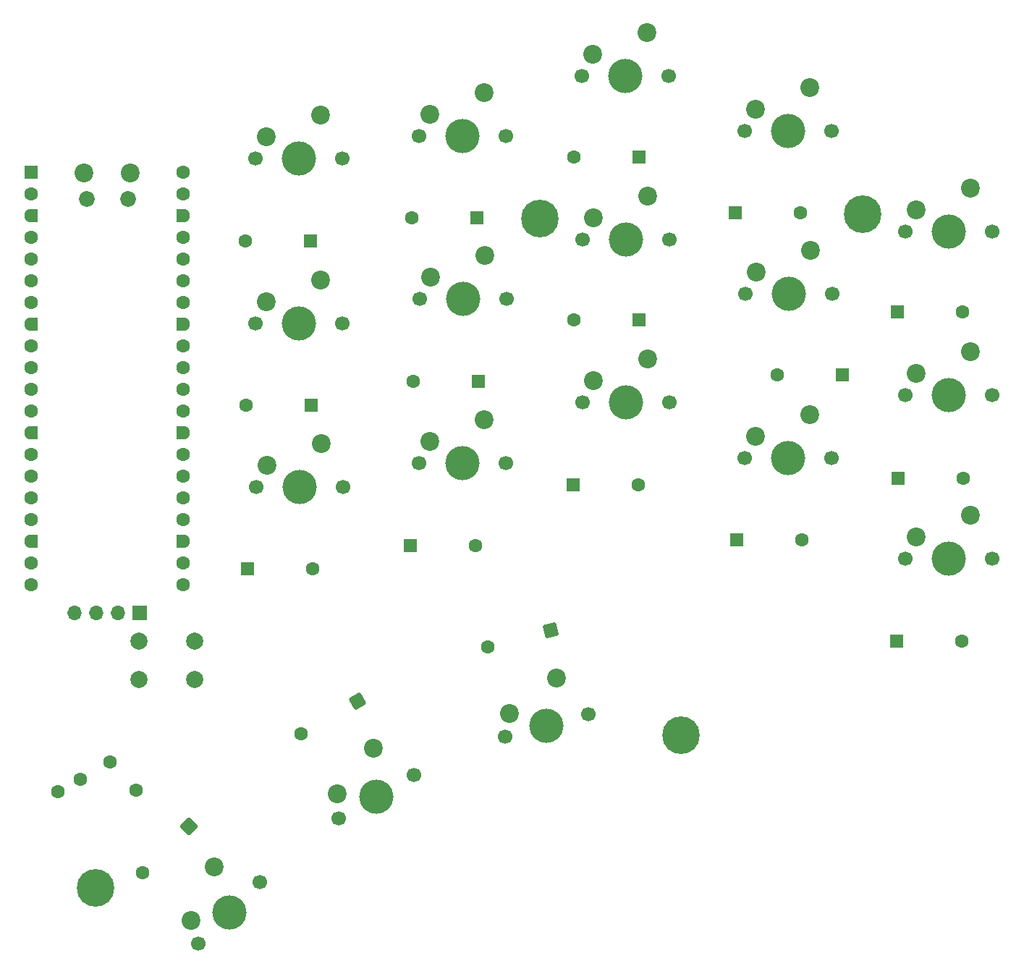
<source format=gbr>
%TF.GenerationSoftware,KiCad,Pcbnew,9.0.2-9.0.2-0~ubuntu24.04.1*%
%TF.CreationDate,2025-07-03T20:15:33-04:00*%
%TF.ProjectId,custom_Hackboard,63757374-6f6d-45f4-9861-636b626f6172,rev?*%
%TF.SameCoordinates,Original*%
%TF.FileFunction,Soldermask,Bot*%
%TF.FilePolarity,Negative*%
%FSLAX46Y46*%
G04 Gerber Fmt 4.6, Leading zero omitted, Abs format (unit mm)*
G04 Created by KiCad (PCBNEW 9.0.2-9.0.2-0~ubuntu24.04.1) date 2025-07-03 20:15:33*
%MOMM*%
%LPD*%
G01*
G04 APERTURE LIST*
G04 Aperture macros list*
%AMRoundRect*
0 Rectangle with rounded corners*
0 $1 Rounding radius*
0 $2 $3 $4 $5 $6 $7 $8 $9 X,Y pos of 4 corners*
0 Add a 4 corners polygon primitive as box body*
4,1,4,$2,$3,$4,$5,$6,$7,$8,$9,$2,$3,0*
0 Add four circle primitives for the rounded corners*
1,1,$1+$1,$2,$3*
1,1,$1+$1,$4,$5*
1,1,$1+$1,$6,$7*
1,1,$1+$1,$8,$9*
0 Add four rect primitives between the rounded corners*
20,1,$1+$1,$2,$3,$4,$5,0*
20,1,$1+$1,$4,$5,$6,$7,0*
20,1,$1+$1,$6,$7,$8,$9,0*
20,1,$1+$1,$8,$9,$2,$3,0*%
%AMFreePoly0*
4,1,37,0.603843,0.796157,0.639018,0.796157,0.711114,0.766294,0.766294,0.711114,0.796157,0.639018,0.796157,0.603843,0.800000,0.600000,0.800000,-0.600000,0.796157,-0.603843,0.796157,-0.639018,0.766294,-0.711114,0.711114,-0.766294,0.639018,-0.796157,0.603843,-0.796157,0.600000,-0.800000,0.000000,-0.800000,0.000000,-0.796148,-0.078414,-0.796148,-0.232228,-0.765552,-0.377117,-0.705537,
-0.507515,-0.618408,-0.618408,-0.507515,-0.705537,-0.377117,-0.765552,-0.232228,-0.796148,-0.078414,-0.796148,0.078414,-0.765552,0.232228,-0.705537,0.377117,-0.618408,0.507515,-0.507515,0.618408,-0.377117,0.705537,-0.232228,0.765552,-0.078414,0.796148,0.000000,0.796148,0.000000,0.800000,0.600000,0.800000,0.603843,0.796157,0.603843,0.796157,$1*%
%AMFreePoly1*
4,1,37,0.000000,0.796148,0.078414,0.796148,0.232228,0.765552,0.377117,0.705537,0.507515,0.618408,0.618408,0.507515,0.705537,0.377117,0.765552,0.232228,0.796148,0.078414,0.796148,-0.078414,0.765552,-0.232228,0.705537,-0.377117,0.618408,-0.507515,0.507515,-0.618408,0.377117,-0.705537,0.232228,-0.765552,0.078414,-0.796148,0.000000,-0.796148,0.000000,-0.800000,-0.600000,-0.800000,
-0.603843,-0.796157,-0.639018,-0.796157,-0.711114,-0.766294,-0.766294,-0.711114,-0.796157,-0.639018,-0.796157,-0.603843,-0.800000,-0.600000,-0.800000,0.600000,-0.796157,0.603843,-0.796157,0.639018,-0.766294,0.711114,-0.711114,0.766294,-0.639018,0.796157,-0.603843,0.796157,-0.600000,0.800000,0.000000,0.800000,0.000000,0.796148,0.000000,0.796148,$1*%
G04 Aperture macros list end*
%ADD10C,1.700000*%
%ADD11C,4.000000*%
%ADD12C,2.200000*%
%ADD13C,1.600000*%
%ADD14C,2.000000*%
%ADD15C,1.850000*%
%ADD16RoundRect,0.200000X-0.600000X-0.600000X0.600000X-0.600000X0.600000X0.600000X-0.600000X0.600000X0*%
%ADD17FreePoly0,0.000000*%
%ADD18FreePoly1,0.000000*%
%ADD19R,1.700000X1.700000*%
%ADD20O,1.700000X1.700000*%
%ADD21RoundRect,0.250000X0.550000X0.550000X-0.550000X0.550000X-0.550000X-0.550000X0.550000X-0.550000X0*%
%ADD22RoundRect,0.250000X-0.550000X-0.550000X0.550000X-0.550000X0.550000X0.550000X-0.550000X0.550000X0*%
%ADD23RoundRect,0.250000X0.000000X0.777817X-0.777817X0.000000X0.000000X-0.777817X0.777817X0.000000X0*%
%ADD24RoundRect,0.250000X0.201314X0.751314X-0.751314X0.201314X-0.201314X-0.751314X0.751314X-0.201314X0*%
%ADD25RoundRect,0.250000X0.388909X0.673610X-0.673610X0.388909X-0.388909X-0.673610X0.673610X-0.388909X0*%
%ADD26C,4.400000*%
G04 APERTURE END LIST*
D10*
%TO.C,SW13*%
X471500000Y-298300000D03*
D11*
X476580000Y-298300000D03*
D10*
X481660000Y-298300000D03*
D12*
X479120000Y-293220000D03*
X472770000Y-295760000D03*
%TD*%
D10*
%TO.C,SW7*%
X471420000Y-279100000D03*
D11*
X476500000Y-279100000D03*
D10*
X481580000Y-279100000D03*
D12*
X479040000Y-274020000D03*
X472690000Y-276560000D03*
%TD*%
D10*
%TO.C,SW4*%
X528680000Y-256580000D03*
D11*
X533760000Y-256580000D03*
D10*
X538840000Y-256580000D03*
D12*
X536300000Y-251500000D03*
X529950000Y-254040000D03*
%TD*%
D10*
%TO.C,SW17*%
X547490000Y-306630000D03*
D11*
X552570000Y-306630000D03*
D10*
X557650000Y-306630000D03*
D12*
X555110000Y-301550000D03*
X548760000Y-304090000D03*
%TD*%
D10*
%TO.C,SW9*%
X509680000Y-269280000D03*
D11*
X514760000Y-269280000D03*
D10*
X519840000Y-269280000D03*
D12*
X517300000Y-264200000D03*
X510950000Y-266740000D03*
%TD*%
D13*
%TO.C,U3*%
X448353531Y-333939700D03*
X450951607Y-332439700D03*
X454415709Y-330439700D03*
X457481734Y-333750212D03*
%TD*%
D10*
%TO.C,SW3*%
X509660000Y-250190000D03*
D11*
X514740000Y-250190000D03*
D10*
X519820000Y-250190000D03*
D12*
X517280000Y-245110000D03*
X510930000Y-247650000D03*
%TD*%
D10*
%TO.C,SW15*%
X509690000Y-288330000D03*
D11*
X514770000Y-288330000D03*
D10*
X519850000Y-288330000D03*
D12*
X517310000Y-283250000D03*
X510960000Y-285790000D03*
%TD*%
D10*
%TO.C,SW14*%
X490550000Y-295500000D03*
D11*
X495630000Y-295500000D03*
D10*
X500710000Y-295500000D03*
D12*
X498170000Y-290420000D03*
X491820000Y-292960000D03*
%TD*%
D10*
%TO.C,SW6*%
X464777949Y-351682156D03*
D11*
X468370051Y-348090054D03*
D10*
X471962154Y-344497951D03*
D12*
X466574000Y-342701900D03*
X463879923Y-348988079D03*
%TD*%
D14*
%TO.C,Reset*%
X457820000Y-316320000D03*
X464320000Y-316320000D03*
X457820000Y-320820000D03*
X464320000Y-320820000D03*
%TD*%
D10*
%TO.C,SW2*%
X490560000Y-257190000D03*
D11*
X495640000Y-257190000D03*
D10*
X500720000Y-257190000D03*
D12*
X498180000Y-252110000D03*
X491830000Y-254650000D03*
%TD*%
D10*
%TO.C,SW11*%
X547490000Y-287520000D03*
D11*
X552570000Y-287520000D03*
D10*
X557650000Y-287520000D03*
D12*
X555110000Y-282440000D03*
X548760000Y-284980000D03*
%TD*%
%TO.C,A1*%
X451365000Y-261540000D03*
D15*
X451665000Y-264570000D03*
X456515000Y-264570000D03*
D12*
X456815000Y-261540000D03*
D16*
X445200000Y-261410000D03*
D13*
X445200000Y-263950000D03*
D17*
X445200000Y-266490000D03*
D13*
X445200000Y-269030000D03*
X445200000Y-271570000D03*
X445200000Y-274110000D03*
X445200000Y-276650000D03*
D17*
X445200000Y-279190000D03*
D13*
X445200000Y-281730000D03*
X445200000Y-284270000D03*
X445200000Y-286810000D03*
X445200000Y-289350000D03*
D17*
X445200000Y-291890000D03*
D13*
X445200000Y-294430000D03*
X445200000Y-296970000D03*
X445200000Y-299510000D03*
X445200000Y-302050000D03*
D17*
X445200000Y-304590000D03*
D13*
X445200000Y-307130000D03*
X445200000Y-309670000D03*
X462980000Y-309670000D03*
X462980000Y-307130000D03*
D18*
X462980000Y-304590000D03*
D13*
X462980000Y-302050000D03*
X462980000Y-299510000D03*
X462980000Y-296970000D03*
X462980000Y-294430000D03*
D18*
X462980000Y-291890000D03*
D13*
X462980000Y-289350000D03*
X462980000Y-286810000D03*
X462980000Y-284270000D03*
X462980000Y-281730000D03*
D18*
X462980000Y-279190000D03*
D13*
X462980000Y-276650000D03*
X462980000Y-274110000D03*
X462980000Y-271570000D03*
X462980000Y-269030000D03*
D18*
X462980000Y-266490000D03*
D13*
X462980000Y-263950000D03*
X462980000Y-261410000D03*
%TD*%
D10*
%TO.C,SW1*%
X471470000Y-259800000D03*
D11*
X476550000Y-259800000D03*
D10*
X481630000Y-259800000D03*
D12*
X479090000Y-254720000D03*
X472740000Y-257260000D03*
%TD*%
D10*
%TO.C,SW5*%
X547500000Y-268380000D03*
D11*
X552580000Y-268380000D03*
D10*
X557660000Y-268380000D03*
D12*
X555120000Y-263300000D03*
X548770000Y-265840000D03*
%TD*%
D19*
%TO.C,J1*%
X457920000Y-312960000D03*
D20*
X455380000Y-312960000D03*
X452840000Y-312960000D03*
X450300000Y-312960000D03*
%TD*%
D10*
%TO.C,SW18*%
X500603146Y-327514804D03*
D11*
X505510049Y-326200004D03*
D10*
X510416952Y-324885203D03*
D12*
X506648700Y-320635700D03*
X501172471Y-324732653D03*
%TD*%
D10*
%TO.C,SW10*%
X528720000Y-275640000D03*
D11*
X533800000Y-275640000D03*
D10*
X538880000Y-275640000D03*
D12*
X536340000Y-270560000D03*
X529990000Y-273100000D03*
%TD*%
D10*
%TO.C,SW8*%
X490630000Y-276290000D03*
D11*
X495710000Y-276290000D03*
D10*
X500790000Y-276290000D03*
D12*
X498250000Y-271210000D03*
X491900000Y-273750000D03*
%TD*%
D10*
%TO.C,SW16*%
X528710000Y-294890000D03*
D11*
X533790000Y-294890000D03*
D10*
X538870000Y-294890000D03*
D12*
X536330000Y-289810000D03*
X529980000Y-292350000D03*
%TD*%
D10*
%TO.C,SW12*%
X481180586Y-337040009D03*
D11*
X485579995Y-334500009D03*
D10*
X489979405Y-331960009D03*
D12*
X485239700Y-328830600D03*
X481010439Y-334205305D03*
%TD*%
D21*
%TO.C,D11*%
X497510000Y-285890000D03*
D13*
X489890000Y-285890000D03*
%TD*%
D21*
%TO.C,D10*%
X516290000Y-278730000D03*
D13*
X508670000Y-278730000D03*
%TD*%
D22*
%TO.C,D16*%
X527750000Y-304440000D03*
D13*
X535370000Y-304440000D03*
%TD*%
D22*
%TO.C,D4*%
X527540000Y-266150000D03*
D13*
X535160000Y-266150000D03*
%TD*%
D22*
%TO.C,D8*%
X546590000Y-297210000D03*
D13*
X554210000Y-297210000D03*
%TD*%
D22*
%TO.C,D15*%
X508620000Y-297990000D03*
D13*
X516240000Y-297990000D03*
%TD*%
D22*
%TO.C,D14*%
X489520000Y-305150000D03*
D13*
X497140000Y-305150000D03*
%TD*%
D23*
%TO.C,D6*%
X463630000Y-337990000D03*
D13*
X458241846Y-343378154D03*
%TD*%
D21*
%TO.C,D9*%
X540060000Y-285120000D03*
D13*
X532440000Y-285120000D03*
%TD*%
D22*
%TO.C,D5*%
X546500000Y-277790000D03*
D13*
X554120000Y-277790000D03*
%TD*%
D24*
%TO.C,D7*%
X483349100Y-323330000D03*
D13*
X476749986Y-327140000D03*
%TD*%
D21*
%TO.C,D1*%
X477910000Y-269460000D03*
D13*
X470290000Y-269460000D03*
%TD*%
D22*
%TO.C,D17*%
X546490000Y-316300000D03*
D13*
X554110000Y-316300000D03*
%TD*%
D25*
%TO.C,D18*%
X505970200Y-314993900D03*
D13*
X498609845Y-316966101D03*
%TD*%
D21*
%TO.C,D3*%
X516310000Y-259660000D03*
D13*
X508690000Y-259660000D03*
%TD*%
D22*
%TO.C,D13*%
X470470000Y-307860000D03*
D13*
X478090000Y-307860000D03*
%TD*%
D21*
%TO.C,D12*%
X477940000Y-288670000D03*
D13*
X470320000Y-288670000D03*
%TD*%
D21*
%TO.C,D2*%
X497320000Y-266760000D03*
D13*
X489700000Y-266760000D03*
%TD*%
D26*
%TO.C,*%
X521190000Y-327330000D03*
%TD*%
%TO.C,*%
X542470000Y-266310000D03*
%TD*%
%TO.C,*%
X504680000Y-266860000D03*
%TD*%
%TO.C,*%
X452740000Y-345170000D03*
%TD*%
M02*

</source>
